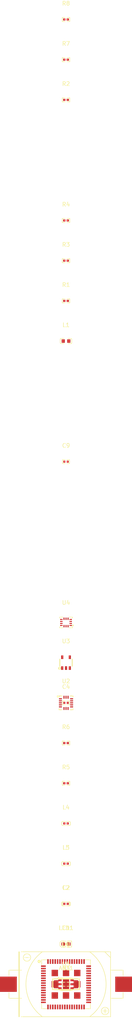
<source format=kicad_pcb>
(kicad_pcb (version 20241229) (generator "atopile") (generator_version "0.12.4")
  (layers (0 "F.Cu" signal) (31 "B.Cu" signal) (34 "B.Paste" user) (35 "F.Paste" user) (36 "B.SilkS" user "B.Silkscreen") (37 "F.SilkS" user "F.Silkscreen") (38 "B.Mask" user) (39 "F.Mask" user) (44 "Edge.Cuts" user))
  (net 0 "")
  (net 1 "PC13")
  (net 2 "PA2_UART2_TX")
  (net 3 "PA3_UART2_RX")
  (net 4 "PC0")
  (net 7 "VLXSMPS")
  (net 8 "PC6")
  (net 9 "PC4")
  (net 11 "PB7_UART1_RX")
  (net 18 "PA4")
  (net 19 "PA5")
  (net 20 "PB9")
  (net 22 "PB15")
  (net 23 "PA13")
  (net 26 "PC1")
  (net 29 "PA14")
  (net 30 "PC5")
  (net 31 "VREFpos")
  (net 32 "VFBSMPS")
  (net 35 "PB8")
  (net 39 "PC3")
  (net 6 "PB1")
  (net 41 "PA10")
  (net 43 "PA7")
  (net 44 "PB13")
  (net 45 "PB10")
  (net 47 "PA6")
  (net 48 "footprint-net-3")
  (net 50 "footprint-net-2")
  (net 51 "PB14")
  (net 52 "VDDMPS")
  (net 53 "PB12")
  (net 56 "PA8")
  (net 57 "NRST")
  (net 58 "PC2")
  (net 59 "PA11")
  (net 60 "PA9")
  (net 61 "PB11")
  (net 62 "BOOT0")
  (net 65 "PA12")
  (net 12 "footprint-net-0")
  (net 66 "footprint-net-1")
  (net 94 "ADC1")
  (net 95 "vbat")
  (net 96 "footprint-SDO_SA0-1")
  (net 97 "footprint-INT2-1")
  (net 99 "activation")
  (net 100 "footprint-CS-0")
  (net 101 "footprint-net-5")
  (net 102 "A")
  (net 103 "ADC2")
  (net 104 "SCX")
  (net 105 "led_status")
  (net 106 "footprint-CS-1")
  (net 107 "gnd")
  (net 108 "CS_AUX")
  (net 109 "INT1")
  (net 110 "RES")
  (net 111 "adc_ntc")
  (net 112 "footprint-INT2-0")
  (net 113 "footprint-net-4")
  (net 115 "ADC3")
  (net 116 "vcc")
  (net 117 "SDX")
  (net 118 "footprint-SDO_SA0-0")
  (net 119 "SDO_SUX")
  (net 15 "Dummy")
  (net 16 "Feed")
  (net 17 "RF_OUT")
  (net 5 "i2c_scl")
  (net 21 "i2c_sda")
  (net 10 "ADDR")
  (net 13 "DRDY_INT")
  (net 14 "EP")
  (footprint "RAKwireless_RAK3172_SIP_8_SM_NI:LGA-73_L12.0-W12.0-P0.60-TL" (layer "F.Cu") (at 0 0 0)
    (property "Reference" "U1" (at 0 -9.65 0) (layer "F.SilkS") (hide no))
    (property "Value" "")
    (fp_line (start -6.08 -4.82) (end -6.08 -6.08) (stroke (width 0.15)) (layer "F.SilkS"))
    (fp_line (start -6.08 -6.08) (end -4.82 -6.08) (stroke (width 0.15)) (layer "F.SilkS"))
    (fp_line (start 6.08 -4.82) (end 6.08 -6.08) (stroke (width 0.15)) (layer "F.SilkS"))
    (fp_line (start 6.08 -6.08) (end 4.82 -6.08) (stroke (width 0.15)) (layer "F.SilkS"))
    (fp_line (start 6.08 4.82) (end 6.08 6.08) (stroke (width 0.15)) (layer "F.SilkS"))
    (fp_line (start 6.08 6.08) (end 4.82 6.08) (stroke (width 0.15)) (layer "F.SilkS"))
    (fp_line (start -6.08 4.82) (end -6.08 6.08) (stroke (width 0.15)) (layer "F.SilkS"))
    (fp_line (start -6.08 6.08) (end -4.82 6.08) (stroke (width 0.15)) (layer "F.SilkS"))
    (fp_circle (center -6.7 -5.67) (end -6.5 -5.67) (stroke (width 0.4)) (fill no) (layer "F.SilkS"))
    (fp_text user "${REFERENCE}" (at 0 -9.65 0) (layer "F.SilkS"))
    (pad "1" smd rect (at -5.65 -4.5 0) (size 1.17 0.37) (layers "F.Cu" "F.Paste" "F.Mask") (net 23 "PA13"))
    (pad "2" smd rect (at -5.65 -3.9 0) (size 1.17 0.37) (layers "F.Cu" "F.Paste" "F.Mask") (net 29 "PA14"))
    (pad "3" smd rect (at -5.65 -3.3 0) (size 1.17 0.37) (layers "F.Cu" "F.Paste" "F.Mask") (net 116 "vcc"))
    (pad "4" smd rect (at -5.65 -2.7 0) (size 1.17 0.37) (layers "F.Cu" "F.Paste" "F.Mask") (net 95 "vbat"))
    (pad "5" smd rect (at -5.65 -2.1 0) (size 1.17 0.37) (layers "F.Cu" "F.Paste" "F.Mask") (net 1 "PC13"))
    (pad "6" smd rect (at -5.65 -1.5 0) (size 1.17 0.37) (layers "F.Cu" "F.Paste" "F.Mask") (net 31 "VREFpos"))
    (pad "7" smd rect (at -5.65 -0.9 0) (size 1.17 0.37) (layers "F.Cu" "F.Paste" "F.Mask") (net 116 "vcc"))
    (pad "8" smd rect (at -5.65 -0.3 0) (size 1.17 0.37) (layers "F.Cu" "F.Paste" "F.Mask") (net 5 "i2c_scl"))
    (pad "9" smd rect (at -5.65 0.3 0) (size 1.17 0.37) (layers "F.Cu" "F.Paste" "F.Mask") (net 22 "PB15"))
    (pad "10" smd rect (at -5.65 0.9 0) (size 1.17 0.37) (layers "F.Cu" "F.Paste" "F.Mask") (net 32 "VFBSMPS"))
    (pad "11" smd rect (at -5.65 1.5 0) (size 1.17 0.37) (layers "F.Cu" "F.Paste" "F.Mask") (net 52 "VDDMPS"))
    (pad "12" smd rect (at -5.65 2.1 0) (size 1.17 0.37) (layers "F.Cu" "F.Paste" "F.Mask") (net 107 "gnd"))
    (pad "13" smd rect (at -5.65 2.7 0) (size 1.17 0.37) (layers "F.Cu" "F.Paste" "F.Mask") (net 7 "VLXSMPS"))
    (pad "14" smd rect (at -5.65 3.3 0) (size 1.17 0.37) (layers "F.Cu" "F.Paste" "F.Mask") (net 97 "footprint-INT2-1"))
    (pad "15" smd rect (at -5.65 3.9 0) (size 1.17 0.37) (layers "F.Cu" "F.Paste" "F.Mask") (net 109 "INT1"))
    (pad "16" smd rect (at -5.65 4.5 0) (size 1.17 0.37) (layers "F.Cu" "F.Paste" "F.Mask") (net 105 "led_status"))
    (pad "17" smd rect (at -4.5 5.65 0) (size 0.37 1.17) (layers "F.Cu" "F.Paste" "F.Mask") (net 21 "i2c_sda"))
    (pad "18" smd rect (at -3.9 5.65 0) (size 0.37 1.17) (layers "F.Cu" "F.Paste" "F.Mask") (net 11 "PB7_UART1_RX"))
    (pad "19" smd rect (at -3.3 5.65 0) (size 0.37 1.17) (layers "F.Cu" "F.Paste" "F.Mask") (net 35 "PB8"))
    (pad "20" smd rect (at -2.7 5.65 0) (size 0.37 1.17) (layers "F.Cu" "F.Paste" "F.Mask") (net 20 "PB9"))
    (pad "21" smd rect (at -2.1 5.65 0) (size 0.37 1.17) (layers "F.Cu" "F.Paste" "F.Mask") (net 4 "PC0"))
    (pad "22" smd rect (at -1.5 5.65 0) (size 0.37 1.17) (layers "F.Cu" "F.Paste" "F.Mask") (net 26 "PC1"))
    (pad "23" smd rect (at -0.9 5.65 0) (size 0.37 1.17) (layers "F.Cu" "F.Paste" "F.Mask") (net 58 "PC2"))
    (pad "24" smd rect (at -0.3 5.65 0) (size 0.37 1.17) (layers "F.Cu" "F.Paste" "F.Mask") (net 39 "PC3"))
    (pad "25" smd rect (at 0.3 5.65 0) (size 0.37 1.17) (layers "F.Cu" "F.Paste" "F.Mask") (net 9 "PC4"))
    (pad "26" smd rect (at 0.9 5.65 0) (size 0.37 1.17) (layers "F.Cu" "F.Paste" "F.Mask") (net 30 "PC5"))
    (pad "27" smd rect (at 1.5 5.65 0) (size 0.37 1.17) (layers "F.Cu" "F.Paste" "F.Mask") (net 8 "PC6"))
    (pad "28" smd rect (at 2.1 5.65 0) (size 0.37 1.17) (layers "F.Cu" "F.Paste" "F.Mask") (net 107 "gnd"))
    (pad "29" smd rect (at 2.7 5.65 0) (size 0.37 1.17) (layers "F.Cu" "F.Paste" "F.Mask") (net 2 "PA2_UART2_TX"))
    (pad "30" smd rect (at 3.3 5.65 0) (size 0.37 1.17) (layers "F.Cu" "F.Paste" "F.Mask") (net 3 "PA3_UART2_RX"))
    (pad "31" smd rect (at 3.9 5.65 0) (size 0.37 1.17) (layers "F.Cu" "F.Paste" "F.Mask") (net 18 "PA4"))
    (pad "32" smd rect (at 4.5 5.65 0) (size 0.37 1.17) (layers "F.Cu" "F.Paste" "F.Mask") (net 19 "PA5"))
    (pad "33" smd rect (at 5.65 4.5 0) (size 1.17 0.37) (layers "F.Cu" "F.Paste" "F.Mask") (net 47 "PA6"))
    (pad "34" smd rect (at 5.65 3.9 0) (size 1.17 0.37) (layers "F.Cu" "F.Paste" "F.Mask") (net 43 "PA7"))
    (pad "35" smd rect (at 5.65 3.3 0) (size 1.17 0.37) (layers "F.Cu" "F.Paste" "F.Mask") (net 107 "gnd"))
    (pad "36" smd rect (at 5.65 2.7 0) (size 1.17 0.37) (layers "F.Cu" "F.Paste" "F.Mask") (net 107 "gnd"))
    (pad "37" smd rect (at 5.65 2.1 0) (size 1.17 0.37) (layers "F.Cu" "F.Paste" "F.Mask") (net 17 "RF_OUT"))
    (pad "38" smd rect (at 5.65 1.5 0) (size 1.17 0.37) (layers "F.Cu" "F.Paste" "F.Mask") (net 107 "gnd"))
    (pad "39" smd rect (at 5.65 0.9 0) (size 1.17 0.37) (layers "F.Cu" "F.Paste" "F.Mask") (net 107 "gnd"))
    (pad "40" smd rect (at 5.65 0.3 0) (size 1.17 0.37) (layers "F.Cu" "F.Paste" "F.Mask") (net 50 "footprint-net-2"))
    (pad "41" smd rect (at 5.65 -0.3 0) (size 1.17 0.37) (layers "F.Cu" "F.Paste" "F.Mask") (net 48 "footprint-net-3"))
    (pad "42" smd rect (at 5.65 -0.9 0) (size 1.17 0.37) (layers "F.Cu" "F.Paste" "F.Mask") (net 99 "activation"))
    (pad "43" smd rect (at 5.65 -1.5 0) (size 1.17 0.37) (layers "F.Cu" "F.Paste" "F.Mask") (net 62 "BOOT0"))
    (pad "44" smd rect (at 5.65 -2.1 0) (size 1.17 0.37) (layers "F.Cu" "F.Paste" "F.Mask") (net 57 "NRST"))
    (pad "45" smd rect (at 5.65 -2.7 0) (size 1.17 0.37) (layers "F.Cu" "F.Paste" "F.Mask") (net 111 "adc_ntc"))
    (pad "46" smd rect (at 5.65 -3.3 0) (size 1.17 0.37) (layers "F.Cu" "F.Paste" "F.Mask") (net 107 "gnd"))
    (pad "47" smd rect (at 5.65 -3.9 0) (size 1.17 0.37) (layers "F.Cu" "F.Paste" "F.Mask") (net 107 "gnd"))
    (pad "48" smd rect (at 5.65 -4.5 0) (size 1.17 0.37) (layers "F.Cu" "F.Paste" "F.Mask") (net 61 "PB11"))
    (pad "49" smd rect (at 4.5 -5.65 0) (size 0.37 1.17) (layers "F.Cu" "F.Paste" "F.Mask") (net 45 "PB10"))
    (pad "50" smd rect (at 3.9 -5.65 0) (size 0.37 1.17) (layers "F.Cu" "F.Paste" "F.Mask") (net 60 "PA9"))
    (pad "51" smd rect (at 3.3 -5.65 0) (size 0.37 1.17) (layers "F.Cu" "F.Paste" "F.Mask") (net 56 "PA8"))
    (pad "52" smd rect (at 2.7 -5.65 0) (size 0.37 1.17) (layers "F.Cu" "F.Paste" "F.Mask") (net 107 "gnd"))
    (pad "53" smd rect (at 2.1 -5.65 0) (size 0.37 1.17) (layers "F.Cu" "F.Paste" "F.Mask") (net 116 "vcc"))
    (pad "54" smd rect (at 1.5 -5.65 0) (size 0.37 1.17) (layers "F.Cu" "F.Paste" "F.Mask") (net 116 "vcc"))
    (pad "55" smd rect (at 0.9 -5.65 0) (size 0.37 1.17) (layers "F.Cu" "F.Paste" "F.Mask") (net 116 "vcc"))
    (pad "56" smd rect (at 0.3 -5.65 0) (size 0.37 1.17) (layers "F.Cu" "F.Paste" "F.Mask") (net 107 "gnd"))
    (pad "57" smd rect (at -0.3 -5.65 0) (size 0.37 1.17) (layers "F.Cu" "F.Paste" "F.Mask") (net 6 "PB1"))
    (pad "58" smd rect (at -0.9 -5.65 0) (size 0.37 1.17) (layers "F.Cu" "F.Paste" "F.Mask") (net 112 "footprint-INT2-0"))
    (pad "59" smd rect (at -1.5 -5.65 0) (size 0.37 1.17) (layers "F.Cu" "F.Paste" "F.Mask") (net 53 "PB12"))
    (pad "60" smd rect (at -2.1 -5.65 0) (size 0.37 1.17) (layers "F.Cu" "F.Paste" "F.Mask") (net 44 "PB13"))
    (pad "61" smd rect (at -2.7 -5.65 0) (size 0.37 1.17) (layers "F.Cu" "F.Paste" "F.Mask") (net 51 "PB14"))
    (pad "62" smd rect (at -3.3 -5.65 0) (size 0.37 1.17) (layers "F.Cu" "F.Paste" "F.Mask") (net 41 "PA10"))
    (pad "63" smd rect (at -3.9 -5.65 0) (size 0.37 1.17) (layers "F.Cu" "F.Paste" "F.Mask") (net 59 "PA11"))
    (pad "64" smd rect (at -4.5 -5.65 0) (size 0.37 1.17) (layers "F.Cu" "F.Paste" "F.Mask") (net 65 "PA12"))
    (pad "65" smd rect (at -2.8 -2.8 0) (size 1.6 1.6) (layers "F.Cu" "F.Paste" "F.Mask") (net 107 "gnd"))
    (pad "66" smd rect (at 0 -2.8 0) (size 1.6 1.6) (layers "F.Cu" "F.Paste" "F.Mask") (net 107 "gnd"))
    (pad "67" smd rect (at 2.8 -2.8 0) (size 1.6 1.6) (layers "F.Cu" "F.Paste" "F.Mask") (net 107 "gnd"))
    (pad "68" smd rect (at -2.8 0 0) (size 1.6 1.6) (layers "F.Cu" "F.Paste" "F.Mask") (net 107 "gnd"))
    (pad "69" smd rect (at 0 0 0) (size 1.6 1.6) (layers "F.Cu" "F.Paste" "F.Mask") (net 107 "gnd"))
    (pad "70" smd rect (at 2.8 0 0) (size 1.6 1.6) (layers "F.Cu" "F.Paste" "F.Mask") (net 107 "gnd"))
    (pad "71" smd rect (at -2.8 2.8 0) (size 1.6 1.6) (layers "F.Cu" "F.Paste" "F.Mask") (net 107 "gnd"))
    (pad "72" smd rect (at 0 2.8 0) (size 1.6 1.6) (layers "F.Cu" "F.Paste" "F.Mask") (net 107 "gnd"))
    (pad "73" smd rect (at 2.8 2.8 0) (size 1.6 1.6) (layers "F.Cu" "F.Paste" "F.Mask") (net 107 "gnd"))
  )
  (footprint "Murata_Electronics_GRM155R61A475KEAAD:C0402" (layer "F.Cu") (at 0 0 0)
    (property "Reference" "C3" (at 0 -4 0) (layer "F.SilkS") (hide no))
    (property "Value" "4.7µF ±10% 10V X5R")
    (fp_line (start -0.72 -0.5) (end -0.22 -0.5) (stroke (width 0.15)) (layer "F.SilkS"))
    (fp_line (start -0.87 0.35) (end -0.87 -0.35) (stroke (width 0.15)) (layer "F.SilkS"))
    (fp_line (start -0.22 0.5) (end -0.72 0.5) (stroke (width 0.15)) (layer "F.SilkS"))
    (fp_line (start 0.72 0.5) (end 0.22 0.5) (stroke (width 0.15)) (layer "F.SilkS"))
    (fp_line (start 0.22 -0.5) (end 0.72 -0.5) (stroke (width 0.15)) (layer "F.SilkS"))
    (fp_line (start 0.87 -0.35) (end 0.87 0.35) (stroke (width 0.15)) (layer "F.SilkS"))
    (fp_arc (start 0.87 -0.35) (mid 0.8260660171779821 -0.4560660171779821) (end 0.72 -0.5) (stroke (width 0.15)) (layer "F.SilkS"))
    (fp_arc (start 0.72 0.5) (mid 0.8260660171779821 0.4560660171779821) (end 0.87 0.35) (stroke (width 0.15)) (layer "F.SilkS"))
    (fp_arc (start -0.87 0.35) (mid -0.8260660171779821 0.4560660171779821) (end -0.72 0.5) (stroke (width 0.15)) (layer "F.SilkS"))
    (fp_arc (start -0.72 -0.5) (mid -0.8260660171779821 -0.4560660171779821) (end -0.87 -0.35) (stroke (width 0.15)) (layer "F.SilkS"))
    (fp_text user "${REFERENCE}" (at 0 -4 0) (layer "F.SilkS"))
    (pad "2" smd rect (at 0.42 0 0) (size 0.5 0.54) (layers "F.Cu" "F.Paste" "F.Mask") (net 107 "gnd"))
    (pad "1" smd rect (at -0.42 0 0) (size 0.5 0.54) (layers "F.Cu" "F.Paste" "F.Mask") (net 116 "vcc"))
  )
  (footprint "YAGEO_CC0402KRX7R9BB104:C0402" (layer "F.Cu") (at 0 -70 0)
    (property "Reference" "C4" (at 0 -4 0) (layer "F.SilkS") (hide no))
    (property "Value" "100nF ±10% 50V X7R")
    (fp_line (start -0.72 -0.5) (end -0.22 -0.5) (stroke (width 0.15)) (layer "F.SilkS"))
    (fp_line (start -0.87 0.35) (end -0.87 -0.35) (stroke (width 0.15)) (layer "F.SilkS"))
    (fp_line (start -0.22 0.5) (end -0.72 0.5) (stroke (width 0.15)) (layer "F.SilkS"))
    (fp_line (start 0.72 0.5) (end 0.22 0.5) (stroke (width 0.15)) (layer "F.SilkS"))
    (fp_line (start 0.22 -0.5) (end 0.72 -0.5) (stroke (width 0.15)) (layer "F.SilkS"))
    (fp_line (start 0.87 -0.35) (end 0.87 0.35) (stroke (width 0.15)) (layer "F.SilkS"))
    (fp_arc (start 0.87 -0.35) (mid 0.8260660171779821 -0.4560660171779821) (end 0.72 -0.5) (stroke (width 0.15)) (layer "F.SilkS"))
    (fp_arc (start 0.72 0.5) (mid 0.8260660171779821 0.4560660171779821) (end 0.87 0.35) (stroke (width 0.15)) (layer "F.SilkS"))
    (fp_arc (start -0.87 0.35) (mid -0.8260660171779821 0.4560660171779821) (end -0.72 0.5) (stroke (width 0.15)) (layer "F.SilkS"))
    (fp_arc (start -0.72 -0.5) (mid -0.8260660171779821 -0.4560660171779821) (end -0.87 -0.35) (stroke (width 0.15)) (layer "F.SilkS"))
    (fp_text user "${REFERENCE}" (at 0 -4 0) (layer "F.SilkS"))
    (pad "2" smd rect (at 0.42 0 0) (size 0.5 0.54) (layers "F.Cu" "F.Paste" "F.Mask") (net 107 "gnd"))
    (pad "1" smd rect (at -0.42 0 0) (size 0.5 0.54) (layers "F.Cu" "F.Paste" "F.Mask") (net 116 "vcc"))
  )
  (footprint "Murata_Electronics_GRM155R61A475KEAAD:C0402" (layer "F.Cu") (at 0 -130 0)
    (property "Reference" "C9" (at 0 -4 0) (layer "F.SilkS") (hide no))
    (property "Value" "4.7µF ±10% 10V X5R")
    (fp_line (start -0.72 -0.5) (end -0.22 -0.5) (stroke (width 0.15)) (layer "F.SilkS"))
    (fp_line (start -0.87 0.35) (end -0.87 -0.35) (stroke (width 0.15)) (layer "F.SilkS"))
    (fp_line (start -0.22 0.5) (end -0.72 0.5) (stroke (width 0.15)) (layer "F.SilkS"))
    (fp_line (start 0.72 0.5) (end 0.22 0.5) (stroke (width 0.15)) (layer "F.SilkS"))
    (fp_line (start 0.22 -0.5) (end 0.72 -0.5) (stroke (width 0.15)) (layer "F.SilkS"))
    (fp_line (start 0.87 -0.35) (end 0.87 0.35) (stroke (width 0.15)) (layer "F.SilkS"))
    (fp_arc (start 0.87 -0.35) (mid 0.8260660171779821 -0.4560660171779821) (end 0.72 -0.5) (stroke (width 0.15)) (layer "F.SilkS"))
    (fp_arc (start 0.72 0.5) (mid 0.8260660171779821 0.4560660171779821) (end 0.87 0.35) (stroke (width 0.15)) (layer "F.SilkS"))
    (fp_arc (start -0.87 0.35) (mid -0.8260660171779821 0.4560660171779821) (end -0.72 0.5) (stroke (width 0.15)) (layer "F.SilkS"))
    (fp_arc (start -0.72 -0.5) (mid -0.8260660171779821 -0.4560660171779821) (end -0.87 -0.35) (stroke (width 0.15)) (layer "F.SilkS"))
    (fp_text user "${REFERENCE}" (at 0 -4 0) (layer "F.SilkS"))
    (pad "2" smd rect (at 0.42 0 0) (size 0.5 0.54) (layers "F.Cu" "F.Paste" "F.Mask") (net 107 "gnd"))
    (pad "1" smd rect (at -0.42 0 0) (size 0.5 0.54) (layers "F.Cu" "F.Paste" "F.Mask") (net 116 "vcc"))
  )
  (footprint "Murata_Electronics_LQM18FN100M00D:L0603" (layer "F.Cu") (at 0 -160 0)
    (property "Reference" "L1" (at 0 -4 0) (layer "F.SilkS") (hide no))
    (property "Value" "10µH ±20% 30MHz 50mA 1.17Ω")
    (fp_line (start -1.27 0.65) (end -1.43 0.5) (stroke (width 0.15)) (layer "F.SilkS"))
    (fp_line (start -1.43 0.5) (end -1.43 -0.51) (stroke (width 0.15)) (layer "F.SilkS"))
    (fp_line (start -1.43 -0.51) (end -1.27 -0.65) (stroke (width 0.15)) (layer "F.SilkS"))
    (fp_line (start 1.27 -0.65) (end 1.42 -0.5) (stroke (width 0.15)) (layer "F.SilkS"))
    (fp_line (start 1.42 -0.5) (end 1.42 0.52) (stroke (width 0.15)) (layer "F.SilkS"))
    (fp_line (start 1.42 0.52) (end 1.27 0.65) (stroke (width 0.15)) (layer "F.SilkS"))
    (fp_line (start -1.28 -0.65) (end -0.51 -0.65) (stroke (width 0.15)) (layer "F.SilkS"))
    (fp_line (start 1.27 0.65) (end 0.51 0.65) (stroke (width 0.15)) (layer "F.SilkS"))
    (fp_line (start -1.28 0.65) (end -0.51 0.65) (stroke (width 0.15)) (layer "F.SilkS"))
    (fp_line (start 1.27 -0.65) (end 0.51 -0.65) (stroke (width 0.15)) (layer "F.SilkS"))
    (fp_text user "${REFERENCE}" (at 0 -4 0) (layer "F.SilkS"))
    (pad "1" smd rect (at -0.7 0 180) (size 0.8 0.86) (layers "F.Cu" "F.Paste" "F.Mask") (net 116 "vcc"))
    (pad "2" smd rect (at 0.7 0 180) (size 0.8 0.86) (layers "F.Cu" "F.Paste" "F.Mask") (net 116 "vcc"))
  )
  (footprint "YAGEO_RC0402FR_0710KL:R0402" (layer "F.Cu") (at 0 -170 0)
    (property "Reference" "R1" (at 0 -4 0) (layer "F.SilkS") (hide no))
    (property "Value" "10kΩ ±1% 62.5mW")
    (fp_line (start -0.23 0.5) (end -0.94 0.5) (stroke (width 0.15)) (layer "F.SilkS"))
    (fp_line (start -0.94 0.5) (end -0.94 -0.5) (stroke (width 0.15)) (layer "F.SilkS"))
    (fp_line (start -0.94 -0.5) (end -0.23 -0.5) (stroke (width 0.15)) (layer "F.SilkS"))
    (fp_line (start 0.23 0.5) (end 0.94 0.5) (stroke (width 0.15)) (layer "F.SilkS"))
    (fp_line (start 0.94 0.5) (end 0.94 -0.5) (stroke (width 0.15)) (layer "F.SilkS"))
    (fp_line (start 0.94 -0.5) (end 0.23 -0.5) (stroke (width 0.15)) (layer "F.SilkS"))
    (fp_text user "${REFERENCE}" (at 0 -4 0) (layer "F.SilkS"))
    (pad "2" smd rect (at 0.43 0 0) (size 0.57 0.54) (layers "F.Cu" "F.Paste" "F.Mask") (net 107 "gnd"))
    (pad "1" smd rect (at -0.43 0 0) (size 0.57 0.54) (layers "F.Cu" "F.Paste" "F.Mask") (net 116 "vcc"))
  )
  (footprint "Murata_Electronics_NCP15XH103F03RC:R0402" (layer "F.Cu") (at 0 -180 0)
    (property "Reference" "R3" (at 0 -4 0) (layer "F.SilkS") (hide no))
    (property "Value" "")
    (fp_line (start -0.23 0.5) (end -0.94 0.5) (stroke (width 0.15)) (layer "F.SilkS"))
    (fp_line (start -0.94 0.5) (end -0.94 -0.5) (stroke (width 0.15)) (layer "F.SilkS"))
    (fp_line (start -0.94 -0.5) (end -0.23 -0.5) (stroke (width 0.15)) (layer "F.SilkS"))
    (fp_line (start 0.23 0.5) (end 0.94 0.5) (stroke (width 0.15)) (layer "F.SilkS"))
    (fp_line (start 0.94 0.5) (end 0.94 -0.5) (stroke (width 0.15)) (layer "F.SilkS"))
    (fp_line (start 0.94 -0.5) (end 0.23 -0.5) (stroke (width 0.15)) (layer "F.SilkS"))
    (fp_text user "${REFERENCE}" (at 0 -4 0) (layer "F.SilkS"))
    (pad "2" smd rect (at 0.43 0 0) (size 0.57 0.54) (layers "F.Cu" "F.Paste" "F.Mask") (net 107 "gnd"))
    (pad "1" smd rect (at -0.43 0 0) (size 0.57 0.54) (layers "F.Cu" "F.Paste" "F.Mask") (net 111 "adc_ntc"))
  )
  (footprint "YAGEO_RC0402FR_0710KL:R0402" (layer "F.Cu") (at 0 -190 0)
    (property "Reference" "R4" (at 0 -4 0) (layer "F.SilkS") (hide no))
    (property "Value" "10kΩ ±1% 62.5mW")
    (fp_line (start -0.23 0.5) (end -0.94 0.5) (stroke (width 0.15)) (layer "F.SilkS"))
    (fp_line (start -0.94 0.5) (end -0.94 -0.5) (stroke (width 0.15)) (layer "F.SilkS"))
    (fp_line (start -0.94 -0.5) (end -0.23 -0.5) (stroke (width 0.15)) (layer "F.SilkS"))
    (fp_line (start 0.23 0.5) (end 0.94 0.5) (stroke (width 0.15)) (layer "F.SilkS"))
    (fp_line (start 0.94 0.5) (end 0.94 -0.5) (stroke (width 0.15)) (layer "F.SilkS"))
    (fp_line (start 0.94 -0.5) (end 0.23 -0.5) (stroke (width 0.15)) (layer "F.SilkS"))
    (fp_text user "${REFERENCE}" (at 0 -4 0) (layer "F.SilkS"))
    (pad "2" smd rect (at 0.43 0 0) (size 0.57 0.54) (layers "F.Cu" "F.Paste" "F.Mask") (net 111 "adc_ntc"))
    (pad "1" smd rect (at -0.43 0 0) (size 0.57 0.54) (layers "F.Cu" "F.Paste" "F.Mask") (net 116 "vcc"))
  )
  (footprint "YAGEO_RC0402FR_0710KL:R0402" (layer "F.Cu") (at 0 -220 0)
    (property "Reference" "R2" (at 0 -4 0) (layer "F.SilkS") (hide no))
    (property "Value" "10kΩ ±1% 62.5mW")
    (fp_line (start -0.23 0.5) (end -0.94 0.5) (stroke (width 0.15)) (layer "F.SilkS"))
    (fp_line (start -0.94 0.5) (end -0.94 -0.5) (stroke (width 0.15)) (layer "F.SilkS"))
    (fp_line (start -0.94 -0.5) (end -0.23 -0.5) (stroke (width 0.15)) (layer "F.SilkS"))
    (fp_line (start 0.23 0.5) (end 0.94 0.5) (stroke (width 0.15)) (layer "F.SilkS"))
    (fp_line (start 0.94 0.5) (end 0.94 -0.5) (stroke (width 0.15)) (layer "F.SilkS"))
    (fp_line (start 0.94 -0.5) (end 0.23 -0.5) (stroke (width 0.15)) (layer "F.SilkS"))
    (fp_text user "${REFERENCE}" (at 0 -4 0) (layer "F.SilkS"))
    (pad "2" smd rect (at 0.43 0 0) (size 0.57 0.54) (layers "F.Cu" "F.Paste" "F.Mask") (net 66 "footprint-net-1"))
    (pad "1" smd rect (at -0.43 0 0) (size 0.57 0.54) (layers "F.Cu" "F.Paste" "F.Mask") (net 12 "footprint-net-0"))
  )
  (footprint "YAGEO_RC0402JR_074K7L:R0402" (layer "F.Cu") (at 0 -230 0)
    (property "Reference" "R7" (at 0 -4 0) (layer "F.SilkS") (hide no))
    (property "Value" "4.7kΩ ±5% 62.5mW")
    (fp_line (start -0.23 0.5) (end -0.94 0.5) (stroke (width 0.15)) (layer "F.SilkS"))
    (fp_line (start -0.94 0.5) (end -0.94 -0.5) (stroke (width 0.15)) (layer "F.SilkS"))
    (fp_line (start -0.94 -0.5) (end -0.23 -0.5) (stroke (width 0.15)) (layer "F.SilkS"))
    (fp_line (start 0.23 0.5) (end 0.94 0.5) (stroke (width 0.15)) (layer "F.SilkS"))
    (fp_line (start 0.94 0.5) (end 0.94 -0.5) (stroke (width 0.15)) (layer "F.SilkS"))
    (fp_line (start 0.94 -0.5) (end 0.23 -0.5) (stroke (width 0.15)) (layer "F.SilkS"))
    (fp_text user "${REFERENCE}" (at 0 -4 0) (layer "F.SilkS"))
    (pad "2" smd rect (at 0.43 0 0) (size 0.57 0.54) (layers "F.Cu" "F.Paste" "F.Mask") (net 21 "i2c_sda"))
    (pad "1" smd rect (at -0.43 0 0) (size 0.57 0.54) (layers "F.Cu" "F.Paste" "F.Mask") (net 116 "vcc"))
  )
  (footprint "YAGEO_RC0402JR_074K7L:R0402" (layer "F.Cu") (at 0 -240 0)
    (property "Reference" "R8" (at 0 -4 0) (layer "F.SilkS") (hide no))
    (property "Value" "4.7kΩ ±5% 62.5mW")
    (fp_line (start -0.23 0.5) (end -0.94 0.5) (stroke (width 0.15)) (layer "F.SilkS"))
    (fp_line (start -0.94 0.5) (end -0.94 -0.5) (stroke (width 0.15)) (layer "F.SilkS"))
    (fp_line (start -0.94 -0.5) (end -0.23 -0.5) (stroke (width 0.15)) (layer "F.SilkS"))
    (fp_line (start 0.23 0.5) (end 0.94 0.5) (stroke (width 0.15)) (layer "F.SilkS"))
    (fp_line (start 0.94 0.5) (end 0.94 -0.5) (stroke (width 0.15)) (layer "F.SilkS"))
    (fp_line (start 0.94 -0.5) (end 0.23 -0.5) (stroke (width 0.15)) (layer "F.SilkS"))
    (fp_text user "${REFERENCE}" (at 0 -4 0) (layer "F.SilkS"))
    (pad "2" smd rect (at 0.43 0 0) (size 0.57 0.54) (layers "F.Cu" "F.Paste" "F.Mask") (net 5 "i2c_scl"))
    (pad "1" smd rect (at -0.43 0 0) (size 0.57 0.54) (layers "F.Cu" "F.Paste" "F.Mask") (net 116 "vcc"))
  )
  (footprint "Q_J_CR2032_BS_6_1:BAT-TH_CR2032-BS-6-1" (layer "F.Cu") (at 0 0 0)
    (property "Reference" "B1" (at 0 -4 0) (layer "F.SilkS") (hide no))
    (property "Value" "")
    (fp_line (start 11.13 8.08) (end 11.13 1.98) (stroke (width 0.15)) (layer "F.SilkS"))
    (fp_line (start -9.2 -6.65) (end -10.3 -6.65) (stroke (width 0.15)) (layer "F.SilkS"))
    (fp_line (start 9.2 6.65) (end 10.3 6.65) (stroke (width 0.15)) (layer "F.SilkS"))
    (fp_line (start 9.75 7.2) (end 9.75 6.1) (stroke (width 0.15)) (layer "F.SilkS"))
    (fp_line (start 11.13 -1.98) (end 11.13 2.06) (stroke (width 0.15)) (layer "F.SilkS"))
    (fp_line (start -11.8 -8.05) (end -11.8 8.05) (stroke (width 0.15)) (layer "F.SilkS"))
    (fp_line (start -11.8 -8.07) (end -11.65 -8.07) (stroke (width 0.15)) (layer "F.SilkS"))
    (fp_line (start -11.65 -8.07) (end -11.65 8.08) (stroke (width 0.15)) (layer "F.SilkS"))
    (fp_line (start -11.65 8.08) (end -11.8 8.08) (stroke (width 0.15)) (layer "F.SilkS"))
    (fp_line (start -14.25 3.5) (end -11.13 3.5) (stroke (width 0.15)) (layer "F.SilkS"))
    (fp_line (start -14.25 3.5) (end -14.25 2.08) (stroke (width 0.15)) (layer "F.SilkS"))
    (fp_line (start -14.25 -3.5) (end -14.25 -2.08) (stroke (width 0.15)) (layer "F.SilkS"))
    (fp_line (start -14.25 -3.5) (end -11.13 -3.5) (stroke (width 0.15)) (layer "F.SilkS"))
    (fp_line (start 14.25 3.5) (end 11.13 3.5) (stroke (width 0.15)) (layer "F.SilkS"))
    (fp_line (start 14.25 3.5) (end 14.25 2.08) (stroke (width 0.15)) (layer "F.SilkS"))
    (fp_line (start 14.25 -3.5) (end 14.25 -2.08) (stroke (width 0.15)) (layer "F.SilkS"))
    (fp_line (start 14.25 -3.5) (end 11.13 -3.5) (stroke (width 0.15)) (layer "F.SilkS"))
    (fp_line (start 9.64 -8.08) (end 9.66 -8.08) (stroke (width 0.15)) (layer "F.SilkS"))
    (fp_line (start 9.66 -8.08) (end 11.13 -6.61) (stroke (width 0.15)) (layer "F.SilkS"))
    (fp_line (start -11.13 -8.08) (end 11.13 -8.08) (stroke (width 0.15)) (layer "F.SilkS"))
    (fp_line (start 11.13 -8.08) (end 11.13 -1.98) (stroke (width 0.15)) (layer "F.SilkS"))
    (fp_line (start -11.13 8.08) (end 11.13 8.08) (stroke (width 0.15)) (layer "F.SilkS"))
    (fp_arc (start -5.91 8.07) (mid -10.006743821177578 -0.003601908927777231) (end -5.904183094256048 -8.074249541064866) (stroke (width 0.15)) (layer "F.SilkS"))
    (fp_arc (start 5.91 -8.07) (mid 10.006743821177578 0.003601908927777231) (end 5.904183094256048 8.074249541064866) (stroke (width 0.15)) (layer "F.SilkS"))
    (fp_circle (center 9.75 6.65) (end 10.67 6.65) (stroke (width 0.15)) (fill no) (layer "F.SilkS"))
    (fp_circle (center -9.75 -6.65) (end -8.83 -6.65) (stroke (width 0.15)) (fill no) (layer "F.SilkS"))
    (fp_text user "${REFERENCE}" (at 0 -4 0) (layer "F.SilkS"))
    (pad "1" smd rect (at 14.39 0 0) (size 4.2 3.8) (layers "F.Cu" "F.Paste" "F.Mask") (net 95 "vbat"))
    (pad "2" smd rect (at -14.39 0 0) (size 4.2 3.8) (layers "F.Cu" "F.Paste" "F.Mask") (net 107 "gnd"))
  )
  (footprint "Everlight_Elec_19_217_GHC_YR1S2_3T:LED0603-RD" (layer "F.Cu") (at 0 -10 0)
    (property "Reference" "LED1" (at 0 -4 0) (layer "F.SilkS") (hide no))
    (property "Value" "")
    (fp_line (start 0.22 0.33) (end 0.21 0.33) (stroke (width 0.15)) (layer "F.SilkS"))
    (fp_line (start 0.21 0.33) (end -0.12 0) (stroke (width 0.15)) (layer "F.SilkS"))
    (fp_line (start 0.22 -0.35) (end 0.22 -0.34) (stroke (width 0.15)) (layer "F.SilkS"))
    (fp_line (start 0.22 -0.34) (end -0.12 0) (stroke (width 0.15)) (layer "F.SilkS"))
    (fp_line (start 0.22 -0.35) (end 0.22 0.33) (stroke (width 0.15)) (layer "F.SilkS"))
    (fp_line (start 0.24 -0.75) (end 1.39 -0.75) (stroke (width 0.15)) (layer "F.SilkS"))
    (fp_line (start 0.24 0.75) (end 1.39 0.75) (stroke (width 0.15)) (layer "F.SilkS"))
    (fp_line (start 1.39 -0.75) (end 1.39 0.73) (stroke (width 0.15)) (layer "F.SilkS"))
    (fp_line (start -0.14 0.75) (end -1.19 0.75) (stroke (width 0.15)) (layer "F.SilkS"))
    (fp_line (start -1.49 0.35) (end -1.49 0.45) (stroke (width 0.15)) (layer "F.SilkS"))
    (fp_line (start -1.49 0.45) (end -1.19 0.75) (stroke (width 0.15)) (layer "F.SilkS"))
    (fp_line (start -1.49 -0.35) (end -1.49 0.35) (stroke (width 0.15)) (layer "F.SilkS"))
    (fp_line (start -1.49 -0.35) (end -1.49 -0.45) (stroke (width 0.15)) (layer "F.SilkS"))
    (fp_line (start -1.49 -0.45) (end -1.19 -0.75) (stroke (width 0.15)) (layer "F.SilkS"))
    (fp_line (start -0.14 -0.75) (end -1.19 -0.75) (stroke (width 0.15)) (layer "F.SilkS"))
    (fp_line (start 0.22 0) (end -0.12 0) (stroke (width 0.15)) (layer "F.SilkS"))
    (fp_text user "${REFERENCE}" (at 0 -4 0) (layer "F.SilkS"))
    (pad "2" smd rect (at 0.75 0 90) (size 0.8 0.8) (layers "F.Cu" "F.Paste" "F.Mask") (net 102 "A"))
    (pad "1" smd rect (at -0.75 0 90) (size 0.8 0.8) (layers "F.Cu" "F.Paste" "F.Mask") (net 107 "gnd"))
  )
  (footprint "Murata_Electronics_BLM15PD121SN1D:L0402" (layer "F.Cu") (at 0 -20 0)
    (property "Reference" "L2" (at 0 -4 0) (layer "F.SilkS") (hide no))
    (property "Value" "")
    (fp_line (start -0.13 0.51) (end -0.92 0.51) (stroke (width 0.15)) (layer "F.SilkS"))
    (fp_line (start -0.92 0.51) (end -1.07 0.36) (stroke (width 0.15)) (layer "F.SilkS"))
    (fp_line (start -1.07 0.36) (end -1.07 -0.34) (stroke (width 0.15)) (layer "F.SilkS"))
    (fp_line (start -1.07 -0.34) (end -0.92 -0.49) (stroke (width 0.15)) (layer "F.SilkS"))
    (fp_line (start -0.92 -0.49) (end -0.13 -0.49) (stroke (width 0.15)) (layer "F.SilkS"))
    (fp_line (start 0.13 0.51) (end 0.92 0.51) (stroke (width 0.15)) (layer "F.SilkS"))
    (fp_line (start 0.92 0.51) (end 1.07 0.36) (stroke (width 0.15)) (layer "F.SilkS"))
    (fp_line (start 1.07 0.36) (end 1.07 -0.33) (stroke (width 0.15)) (layer "F.SilkS"))
    (fp_line (start 1.07 -0.33) (end 0.91 -0.49) (stroke (width 0.15)) (layer "F.SilkS"))
    (fp_line (start 0.91 -0.49) (end 0.13 -0.49) (stroke (width 0.15)) (layer "F.SilkS"))
    (fp_text user "${REFERENCE}" (at 0 -4 0) (layer "F.SilkS"))
    (pad "2" smd rect (at 0.42 0 0) (size 0.54 0.54) (layers "F.Cu" "F.Paste" "F.Mask") (net 116 "vcc"))
    (pad "1" smd rect (at -0.42 0 0) (size 0.54 0.54) (layers "F.Cu" "F.Paste" "F.Mask") (net 95 "vbat"))
  )
  (footprint "Murata_Electronics_BLM15PD121SN1D:L0402" (layer "F.Cu") (at 0 -30 0)
    (property "Reference" "L3" (at 0 -4 0) (layer "F.SilkS") (hide no))
    (property "Value" "")
    (fp_line (start -0.13 0.51) (end -0.92 0.51) (stroke (width 0.15)) (layer "F.SilkS"))
    (fp_line (start -0.92 0.51) (end -1.07 0.36) (stroke (width 0.15)) (layer "F.SilkS"))
    (fp_line (start -1.07 0.36) (end -1.07 -0.34) (stroke (width 0.15)) (layer "F.SilkS"))
    (fp_line (start -1.07 -0.34) (end -0.92 -0.49) (stroke (width 0.15)) (layer "F.SilkS"))
    (fp_line (start -0.92 -0.49) (end -0.13 -0.49) (stroke (width 0.15)) (layer "F.SilkS"))
    (fp_line (start 0.13 0.51) (end 0.92 0.51) (stroke (width 0.15)) (layer "F.SilkS"))
    (fp_line (start 0.92 0.51) (end 1.07 0.36) (stroke (width 0.15)) (layer "F.SilkS"))
    (fp_line (start 1.07 0.36) (end 1.07 -0.33) (stroke (width 0.15)) (layer "F.SilkS"))
    (fp_line (start 1.07 -0.33) (end 0.91 -0.49) (stroke (width 0.15)) (layer "F.SilkS"))
    (fp_line (start 0.91 -0.49) (end 0.13 -0.49) (stroke (width 0.15)) (layer "F.SilkS"))
    (fp_text user "${REFERENCE}" (at 0 -4 0) (layer "F.SilkS"))
    (pad "2" smd rect (at 0.42 0 0) (size 0.54 0.54) (layers "F.Cu" "F.Paste" "F.Mask") (net 116 "vcc"))
    (pad "1" smd rect (at -0.42 0 0) (size 0.54 0.54) (layers "F.Cu" "F.Paste" "F.Mask") (net 116 "vcc"))
  )
  (footprint "Murata_Electronics_BLM15PD121SN1D:L0402" (layer "F.Cu") (at 0 -40 0)
    (property "Reference" "L4" (at 0 -4 0) (layer "F.SilkS") (hide no))
    (property "Value" "")
    (fp_line (start -0.13 0.51) (end -0.92 0.51) (stroke (width 0.15)) (layer "F.SilkS"))
    (fp_line (start -0.92 0.51) (end -1.07 0.36) (stroke (width 0.15)) (layer "F.SilkS"))
    (fp_line (start -1.07 0.36) (end -1.07 -0.34) (stroke (width 0.15)) (layer "F.SilkS"))
    (fp_line (start -1.07 -0.34) (end -0.92 -0.49) (stroke (width 0.15)) (layer "F.SilkS"))
    (fp_line (start -0.92 -0.49) (end -0.13 -0.49) (stroke (width 0.15)) (layer "F.SilkS"))
    (fp_line (start 0.13 0.51) (end 0.92 0.51) (stroke (width 0.15)) (layer "F.SilkS"))
    (fp_line (start 0.92 0.51) (end 1.07 0.36) (stroke (width 0.15)) (layer "F.SilkS"))
    (fp_line (start 1.07 0.36) (end 1.07 -0.33) (stroke (width 0.15)) (layer "F.SilkS"))
    (fp_line (start 1.07 -0.33) (end 0.91 -0.49) (stroke (width 0.15)) (layer "F.SilkS"))
    (fp_line (start 0.91 -0.49) (end 0.13 -0.49) (stroke (width 0.15)) (layer "F.SilkS"))
    (fp_text user "${REFERENCE}" (at 0 -4 0) (layer "F.SilkS"))
    (pad "2" smd rect (at 0.42 0 0) (size 0.54 0.54) (layers "F.Cu" "F.Paste" "F.Mask") (net 116 "vcc"))
    (pad "1" smd rect (at -0.42 0 0) (size 0.54 0.54) (layers "F.Cu" "F.Paste" "F.Mask") (net 116 "vcc"))
  )
  (footprint "YAGEO_RC0402FR_0710KL:R0402" (layer "F.Cu") (at 0 -50 0)
    (property "Reference" "R5" (at 0 -4 0) (layer "F.SilkS") (hide no))
    (property "Value" "10kΩ ±1% 62.5mW")
    (fp_line (start -0.23 0.5) (end -0.94 0.5) (stroke (width 0.15)) (layer "F.SilkS"))
    (fp_line (start -0.94 0.5) (end -0.94 -0.5) (stroke (width 0.15)) (layer "F.SilkS"))
    (fp_line (start -0.94 -0.5) (end -0.23 -0.5) (stroke (width 0.15)) (layer "F.SilkS"))
    (fp_line (start 0.23 0.5) (end 0.94 0.5) (stroke (width 0.15)) (layer "F.SilkS"))
    (fp_line (start 0.94 0.5) (end 0.94 -0.5) (stroke (width 0.15)) (layer "F.SilkS"))
    (fp_line (start 0.94 -0.5) (end 0.23 -0.5) (stroke (width 0.15)) (layer "F.SilkS"))
    (fp_text user "${REFERENCE}" (at 0 -4 0) (layer "F.SilkS"))
    (pad "2" smd rect (at 0.43 0 0) (size 0.57 0.54) (layers "F.Cu" "F.Paste" "F.Mask") (net 99 "activation"))
    (pad "1" smd rect (at -0.43 0 0) (size 0.57 0.54) (layers "F.Cu" "F.Paste" "F.Mask") (net 116 "vcc"))
  )
  (footprint "YAGEO_RC0402JR_071KL:R0402" (layer "F.Cu") (at 0 -60 0)
    (property "Reference" "R6" (at 0 -4 0) (layer "F.SilkS") (hide no))
    (property "Value" "1kΩ ±5% 62.5mW")
    (fp_line (start -0.23 0.5) (end -0.94 0.5) (stroke (width 0.15)) (layer "F.SilkS"))
    (fp_line (start -0.94 0.5) (end -0.94 -0.5) (stroke (width 0.15)) (layer "F.SilkS"))
    (fp_line (start -0.94 -0.5) (end -0.23 -0.5) (stroke (width 0.15)) (layer "F.SilkS"))
    (fp_line (start 0.23 0.5) (end 0.94 0.5) (stroke (width 0.15)) (layer "F.SilkS"))
    (fp_line (start 0.94 0.5) (end 0.94 -0.5) (stroke (width 0.15)) (layer "F.SilkS"))
    (fp_line (start 0.94 -0.5) (end 0.23 -0.5) (stroke (width 0.15)) (layer "F.SilkS"))
    (fp_text user "${REFERENCE}" (at 0 -4 0) (layer "F.SilkS"))
    (pad "2" smd rect (at 0.43 0 0) (size 0.57 0.54) (layers "F.Cu" "F.Paste" "F.Mask") (net 102 "A"))
    (pad "1" smd rect (at -0.43 0 0) (size 0.57 0.54) (layers "F.Cu" "F.Paste" "F.Mask") (net 105 "led_status"))
  )
  (footprint "STMicroelectronics_LIS3DHTR:LGA-16_L3.0-W3.0-P0.50-TL" (layer "F.Cu") (at 0 -70 0)
    (property "Reference" "U2" (at 0 -5.4 0) (layer "F.SilkS") (hide no))
    (property "Value" "")
    (fp_line (start -1.72 -1.45) (end -1.72 -1.73) (stroke (width 0.2)) (layer "F.SilkS"))
    (fp_line (start -1.72 -1.73) (end -1.02 -1.73) (stroke (width 0.2)) (layer "F.SilkS"))
    (fp_line (start 1.03 -1.73) (end 1.73 -1.73) (stroke (width 0.2)) (layer "F.SilkS"))
    (fp_line (start 1.73 -1.73) (end 1.73 -1.45) (stroke (width 0.2)) (layer "F.SilkS"))
    (fp_line (start -1.72 1.45) (end -1.72 1.72) (stroke (width 0.2)) (layer "F.SilkS"))
    (fp_line (start -1.72 1.72) (end -1.02 1.72) (stroke (width 0.2)) (layer "F.SilkS"))
    (fp_line (start 1.03 1.72) (end 1.73 1.72) (stroke (width 0.2)) (layer "F.SilkS"))
    (fp_line (start 1.73 1.72) (end 1.73 1.45) (stroke (width 0.2)) (layer "F.SilkS"))
    (fp_arc (start -2.05 -1.58) (mid -2.05 -1.58) (end -2.05 -1.58) (stroke (width 0.25)) (layer "F.SilkS"))
    (fp_text user "${REFERENCE}" (at 0 -5.4 0) (layer "F.SilkS"))
    (pad "1" smd oval (at -1.4 -1 0) (size 0.8 0.28) (layers "F.Cu" "F.Paste" "F.Mask") (net 116 "vcc"))
    (pad "2" smd oval (at -1.4 -0.5 0) (size 0.8 0.28) (layers "F.Cu" "F.Paste" "F.Mask") (net 113 "footprint-net-4"))
    (pad "3" smd oval (at -1.4 0 0) (size 0.8 0.28) (layers "F.Cu" "F.Paste" "F.Mask") (net 101 "footprint-net-5"))
    (pad "4" smd oval (at -1.4 0.5 0) (size 0.8 0.28) (layers "F.Cu" "F.Paste" "F.Mask") (net 5 "i2c_scl"))
    (pad "5" smd oval (at -1.4 1 0) (size 0.8 0.28) (layers "F.Cu" "F.Paste" "F.Mask") (net 107 "gnd"))
    (pad "6" smd oval (at -0.5 1.4 0) (size 0.28 0.8) (layers "F.Cu" "F.Paste" "F.Mask") (net 21 "i2c_sda"))
    (pad "7" smd oval (at 0 1.4 0) (size 0.28 0.8) (layers "F.Cu" "F.Paste" "F.Mask") (net 118 "footprint-SDO_SA0-0"))
    (pad "8" smd oval (at 0.5 1.4 0) (size 0.28 0.8) (layers "F.Cu" "F.Paste" "F.Mask") (net 100 "footprint-CS-0"))
    (pad "9" smd oval (at 1.4 1 0) (size 0.8 0.28) (layers "F.Cu" "F.Paste" "F.Mask") (net 97 "footprint-INT2-1"))
    (pad "10" smd oval (at 1.4 0.5 0) (size 0.8 0.28) (layers "F.Cu" "F.Paste" "F.Mask") (net 110 "RES"))
    (pad "11" smd oval (at 1.4 0 0) (size 0.8 0.28) (layers "F.Cu" "F.Paste" "F.Mask") (net 109 "INT1"))
    (pad "12" smd oval (at 1.4 -0.5 0) (size 0.8 0.28) (layers "F.Cu" "F.Paste" "F.Mask") (net 107 "gnd"))
    (pad "13" smd oval (at 1.4 -1 0) (size 0.8 0.28) (layers "F.Cu" "F.Paste" "F.Mask") (net 115 "ADC3"))
    (pad "14" smd oval (at 0.5 -1.4 0) (size 0.28 0.8) (layers "F.Cu" "F.Paste" "F.Mask") (net 116 "vcc"))
    (pad "15" smd oval (at 0 -1.4 0) (size 0.28 0.8) (layers "F.Cu" "F.Paste" "F.Mask") (net 103 "ADC2"))
    (pad "16" smd oval (at -0.5 -1.4 0) (size 0.28 0.8) (layers "F.Cu" "F.Paste" "F.Mask") (net 94 "ADC1"))
  )
  (footprint "FMD_FT24C02A_KLR_T:SOT-23-5_L2.9-W1.5-P0.95-LS2.8-BL" (layer "F.Cu") (at 0 -80 0)
    (property "Reference" "U3" (at 0 -5.35 0) (layer "F.SilkS") (hide no))
    (property "Value" "")
    (fp_line (start 1.55 -0.85) (end 1.55 0.85) (stroke (width 0.25)) (layer "F.SilkS"))
    (fp_line (start -1.55 0.85) (end -1.55 -0.85) (stroke (width 0.25)) (layer "F.SilkS"))
    (fp_circle (center -1.6 1.4) (end -1.48 1.4) (stroke (width 0.25)) (fill no) (layer "F.SilkS"))
    (fp_text user "${REFERENCE}" (at 0 -5.35 0) (layer "F.SilkS"))
    (pad "5" smd rect (at -0.95 -1.35 0) (size 0.55 0.9) (layers "F.Cu" "F.Paste" "F.Mask") (net 107 "gnd"))
    (pad "4" smd rect (at 0.95 -1.35 0) (size 0.55 0.9) (layers "F.Cu" "F.Paste" "F.Mask") (net 116 "vcc"))
    (pad "3" smd rect (at 0.95 1.35 0) (size 0.55 0.9) (layers "F.Cu" "F.Paste" "F.Mask") (net 21 "i2c_sda"))
    (pad "2" smd rect (at 0 1.35 0) (size 0.55 0.9) (layers "F.Cu" "F.Paste" "F.Mask") (net 107 "gnd"))
    (pad "1" smd rect (at -0.95 1.35 0) (size 0.55 0.9) (layers "F.Cu" "F.Paste" "F.Mask") (net 5 "i2c_scl"))
  )
  (footprint "QST_QMI8658C:LGA-14_L3.0-W2.5-P0.50-BR" (layer "F.Cu") (at 0 -90 0)
    (property "Reference" "U4" (at 0 -4.92 0) (layer "F.SilkS") (hide no))
    (property "Value" "")
    (fp_line (start -0.83 1.33) (end -1.57 1.33) (stroke (width 0.15)) (layer "F.SilkS"))
    (fp_line (start -1.57 1.33) (end -1.57 1.08) (stroke (width 0.15)) (layer "F.SilkS"))
    (fp_line (start -0.83 -1.33) (end -1.57 -1.33) (stroke (width 0.15)) (layer "F.SilkS"))
    (fp_line (start -1.57 -1.33) (end -1.57 -1.08) (stroke (width 0.15)) (layer "F.SilkS"))
    (fp_line (start 0.84 1.33) (end 1.58 1.33) (stroke (width 0.15)) (layer "F.SilkS"))
    (fp_line (start 1.58 1.33) (end 1.58 1.08) (stroke (width 0.15)) (layer "F.SilkS"))
    (fp_line (start 0.84 -1.33) (end 1.58 -1.33) (stroke (width 0.15)) (layer "F.SilkS"))
    (fp_line (start 1.58 -1.33) (end 1.58 -1.08) (stroke (width 0.15)) (layer "F.SilkS"))
    (fp_circle (center 1.73 0.74) (end 1.8 0.74) (stroke (width 0.15)) (fill no) (layer "F.SilkS"))
    (fp_text user "${REFERENCE}" (at 0 -4.92 0) (layer "F.SilkS"))
    (pad "1" smd rect (at 1.17 0.75 0) (size 0.6 0.27) (layers "F.Cu" "F.Paste" "F.Mask") (net 96 "footprint-SDO_SA0-1"))
    (pad "2" smd rect (at 1.17 0.25 0) (size 0.6 0.27) (layers "F.Cu" "F.Paste" "F.Mask") (net 117 "SDX"))
    (pad "3" smd rect (at 1.17 -0.25 0) (size 0.6 0.27) (layers "F.Cu" "F.Paste" "F.Mask") (net 104 "SCX"))
    (pad "4" smd rect (at 1.17 -0.75 0) (size 0.6 0.27) (layers "F.Cu" "F.Paste" "F.Mask") (net 107 "gnd"))
    (pad "5" smd rect (at 0.5 -0.92 0) (size 0.27 0.6) (layers "F.Cu" "F.Paste" "F.Mask") (net 116 "vcc"))
    (pad "6" smd rect (at 0 -0.92 0) (size 0.27 0.6) (layers "F.Cu" "F.Paste" "F.Mask") (net 107 "gnd"))
    (pad "7" smd rect (at -0.5 -0.92 0) (size 0.27 0.6) (layers "F.Cu" "F.Paste" "F.Mask") (net 107 "gnd"))
    (pad "8" smd rect (at -1.17 -0.75 0) (size 0.6 0.27) (layers "F.Cu" "F.Paste" "F.Mask") (net 116 "vcc"))
    (pad "9" smd rect (at -1.17 -0.25 0) (size 0.6 0.27) (layers "F.Cu" "F.Paste" "F.Mask") (net 112 "footprint-INT2-0"))
    (pad "10" smd rect (at -1.17 0.25 0) (size 0.6 0.27) (layers "F.Cu" "F.Paste" "F.Mask") (net 108 "CS_AUX"))
    (pad "11" smd rect (at -1.17 0.75 0) (size 0.6 0.27) (layers "F.Cu" "F.Paste" "F.Mask") (net 119 "SDO_SUX"))
    (pad "12" smd rect (at -0.5 0.92 0) (size 0.27 0.6) (layers "F.Cu" "F.Paste" "F.Mask") (net 106 "footprint-CS-1"))
    (pad "13" smd rect (at 0 0.92 0) (size 0.27 0.6) (layers "F.Cu" "F.Paste" "F.Mask") (net 5 "i2c_scl"))
    (pad "14" smd rect (at 0.5 0.92 0) (size 0.27 0.6) (layers "F.Cu" "F.Paste" "F.Mask") (net 21 "i2c_sda"))
  )
  (footprint "KYOCERA_AVX_M620720:ANT-SMD_3P-L6.0-W2.0_M620720" (layer "F.Cu") (at 0 0 0)
    (property "Reference" "ANT1" (at 0 -4 0) (layer "F.SilkS") (hide no))
    (property "Value" "")
    (fp_line (start -3.3 -1.33) (end -3.3 1.33) (stroke (width 0.25)) (layer "F.SilkS"))
    (fp_line (start -3.3 1.33) (end 3.17 1.33) (stroke (width 0.25)) (layer "F.SilkS"))
    (fp_line (start 3.17 1.33) (end 3.3 1.33) (stroke (width 0.25)) (layer "F.SilkS"))
    (fp_line (start 3.3 1.33) (end 3.3 -1.33) (stroke (width 0.25)) (layer "F.SilkS"))
    (fp_line (start 3.3 -1.33) (end -3.3 -1.33) (stroke (width 0.25)) (layer "F.SilkS"))
    (fp_text user "${REFERENCE}" (at 0 -4 0) (layer "F.SilkS"))
    (pad "3" smd rect (at 2.44 0 0) (size 1.1 2) (layers "F.Cu" "F.Paste" "F.Mask") (net 107 "gnd"))
    (pad "2" smd rect (at 0 0 0) (size 1.1 2) (layers "F.Cu" "F.Paste" "F.Mask") (net 15 "Dummy"))
    (pad "1" smd rect (at -2.44 0 0) (size 1.1 2) (layers "F.Cu" "F.Paste" "F.Mask") (net 16 "Feed"))
  )
  (footprint "Murata_Electronics_GJM1555C1H1R0CB01D:C0402" (layer "F.Cu") (at 0 -10 0)
    (property "Reference" "C1" (at 0 -4 0) (layer "F.SilkS") (hide no))
    (property "Value" "1pF 50V C0G")
    (fp_line (start -0.72 -0.5) (end -0.22 -0.5) (stroke (width 0.15)) (layer "F.SilkS"))
    (fp_line (start -0.87 0.35) (end -0.87 -0.35) (stroke (width 0.15)) (layer "F.SilkS"))
    (fp_line (start -0.22 0.5) (end -0.72 0.5) (stroke (width 0.15)) (layer "F.SilkS"))
    (fp_line (start 0.72 0.5) (end 0.22 0.5) (stroke (width 0.15)) (layer "F.SilkS"))
    (fp_line (start 0.22 -0.5) (end 0.72 -0.5) (stroke (width 0.15)) (layer "F.SilkS"))
    (fp_line (start 0.87 -0.35) (end 0.87 0.35) (stroke (width 0.15)) (layer "F.SilkS"))
    (fp_arc (start 0.87 -0.35) (mid 0.8260660171779821 -0.4560660171779821) (end 0.72 -0.5) (stroke (width 0.15)) (layer "F.SilkS"))
    (fp_arc (start 0.72 0.5) (mid 0.8260660171779821 0.4560660171779821) (end 0.87 0.35) (stroke (width 0.15)) (layer "F.SilkS"))
    (fp_arc (start -0.87 0.35) (mid -0.8260660171779821 0.4560660171779821) (end -0.72 0.5) (stroke (width 0.15)) (layer "F.SilkS"))
    (fp_arc (start -0.72 -0.5) (mid -0.8260660171779821 -0.4560660171779821) (end -0.87 -0.35) (stroke (width 0.15)) (layer "F.SilkS"))
    (fp_text user "${REFERENCE}" (at 0 -4 0) (layer "F.SilkS"))
    (pad "2" smd rect (at 0.42 0 0) (size 0.5 0.54) (layers "F.Cu" "F.Paste" "F.Mask") (net 107 "gnd"))
    (pad "1" smd rect (at -0.42 0 0) (size 0.5 0.54) (layers "F.Cu" "F.Paste" "F.Mask") (net 17 "RF_OUT"))
  )
  (footprint "Murata_Electronics_GJM1555C1H1R0CB01D:C0402" (layer "F.Cu") (at 0 -20 0)
    (property "Reference" "C2" (at 0 -4 0) (layer "F.SilkS") (hide no))
    (property "Value" "1pF 50V C0G")
    (fp_line (start -0.72 -0.5) (end -0.22 -0.5) (stroke (width 0.15)) (layer "F.SilkS"))
    (fp_line (start -0.87 0.35) (end -0.87 -0.35) (stroke (width 0.15)) (layer "F.SilkS"))
    (fp_line (start -0.22 0.5) (end -0.72 0.5) (stroke (width 0.15)) (layer "F.SilkS"))
    (fp_line (start 0.72 0.5) (end 0.22 0.5) (stroke (width 0.15)) (layer "F.SilkS"))
    (fp_line (start 0.22 -0.5) (end 0.72 -0.5) (stroke (width 0.15)) (layer "F.SilkS"))
    (fp_line (start 0.87 -0.35) (end 0.87 0.35) (stroke (width 0.15)) (layer "F.SilkS"))
    (fp_arc (start 0.87 -0.35) (mid 0.8260660171779821 -0.4560660171779821) (end 0.72 -0.5) (stroke (width 0.15)) (layer "F.SilkS"))
    (fp_arc (start 0.72 0.5) (mid 0.8260660171779821 0.4560660171779821) (end 0.87 0.35) (stroke (width 0.15)) (layer "F.SilkS"))
    (fp_arc (start -0.87 0.35) (mid -0.8260660171779821 0.4560660171779821) (end -0.72 0.5) (stroke (width 0.15)) (layer "F.SilkS"))
    (fp_arc (start -0.72 -0.5) (mid -0.8260660171779821 -0.4560660171779821) (end -0.87 -0.35) (stroke (width 0.15)) (layer "F.SilkS"))
    (fp_text user "${REFERENCE}" (at 0 -4 0) (layer "F.SilkS"))
    (pad "2" smd rect (at 0.42 0 0) (size 0.5 0.54) (layers "F.Cu" "F.Paste" "F.Mask") (net 107 "gnd"))
    (pad "1" smd rect (at -0.42 0 0) (size 0.5 0.54) (layers "F.Cu" "F.Paste" "F.Mask") (net 16 "Feed"))
  )
  (footprint "TDK_MLG1005S2N0BT000:L0402" (layer "F.Cu") (at 0 -30 0)
    (property "Reference" "L5" (at 0 -4 0) (layer "F.SilkS") (hide no))
    (property "Value" "2nH 7.5GHz 900mA 70mΩ")
    (fp_line (start -0.13 0.51) (end -0.92 0.51) (stroke (width 0.15)) (layer "F.SilkS"))
    (fp_line (start -0.92 0.51) (end -1.07 0.36) (stroke (width 0.15)) (layer "F.SilkS"))
    (fp_line (start -1.07 0.36) (end -1.07 -0.34) (stroke (width 0.15)) (layer "F.SilkS"))
    (fp_line (start -1.07 -0.34) (end -0.92 -0.49) (stroke (width 0.15)) (layer "F.SilkS"))
    (fp_line (start -0.92 -0.49) (end -0.13 -0.49) (stroke (width 0.15)) (layer "F.SilkS"))
    (fp_line (start 0.13 0.51) (end 0.92 0.51) (stroke (width 0.15)) (layer "F.SilkS"))
    (fp_line (start 0.92 0.51) (end 1.07 0.36) (stroke (width 0.15)) (layer "F.SilkS"))
    (fp_line (start 1.07 0.36) (end 1.07 -0.33) (stroke (width 0.15)) (layer "F.SilkS"))
    (fp_line (start 1.07 -0.33) (end 0.91 -0.49) (stroke (width 0.15)) (layer "F.SilkS"))
    (fp_line (start 0.91 -0.49) (end 0.13 -0.49) (stroke (width 0.15)) (layer "F.SilkS"))
    (fp_text user "${REFERENCE}" (at 0 -4 0) (layer "F.SilkS"))
    (pad "2" smd rect (at 0.42 0 0) (size 0.54 0.54) (layers "F.Cu" "F.Paste" "F.Mask") (net 16 "Feed"))
    (pad "1" smd rect (at -0.42 0 0) (size 0.54 0.54) (layers "F.Cu" "F.Paste" "F.Mask") (net 17 "RF_OUT"))
  )
  (footprint "Texas_Instruments_HDC2080DMBR:WSON-6_L3.0-W3.0-P1.00-TL-EP" (layer "F.Cu") (at 0 0 0)
    (property "Reference" "U5" (at 0 -5 0) (layer "F.SilkS") (hide no))
    (property "Value" "")
    (fp_line (start 1.5 1.5) (end -1.5 1.5) (stroke (width 0.25)) (layer "F.SilkS"))
    (fp_line (start 1.5 -1.5) (end -1.5 -1.5) (stroke (width 0.25)) (layer "F.SilkS"))
    (fp_circle (center -1.9 -1.6) (end -1.8 -1.6) (stroke (width 0.2)) (fill no) (layer "F.SilkS"))
    (fp_text user "${REFERENCE}" (at 0 -5 0) (layer "F.SilkS"))
    (pad "1" smd rect (at -1.5 -1 90) (size 0.5 0.8) (layers "F.Cu" "F.Paste" "F.Mask") (net 21 "i2c_sda"))
    (pad "2" smd rect (at -1.5 0 90) (size 0.5 0.8) (layers "F.Cu" "F.Paste" "F.Mask") (net 107 "gnd"))
    (pad "3" smd rect (at -1.5 1 90) (size 0.5 0.8) (layers "F.Cu" "F.Paste" "F.Mask") (net 10 "ADDR"))
    (pad "4" smd rect (at 1.5 1 90) (size 0.5 0.8) (layers "F.Cu" "F.Paste" "F.Mask") (net 13 "DRDY_INT"))
    (pad "7" smd rect (at 0 0 90) (size 2.4 1.6) (layers "F.Cu" "F.Paste" "F.Mask") (net 14 "EP"))
    (pad "6" smd rect (at 1.5 -1 90) (size 0.5 0.8) (layers "F.Cu" "F.Paste" "F.Mask") (net 5 "i2c_scl"))
    (pad "5" smd rect (at 1.5 0 90) (size 0.5 0.8) (layers "F.Cu" "F.Paste" "F.Mask") (net 116 "vcc"))
  )
)
</source>
